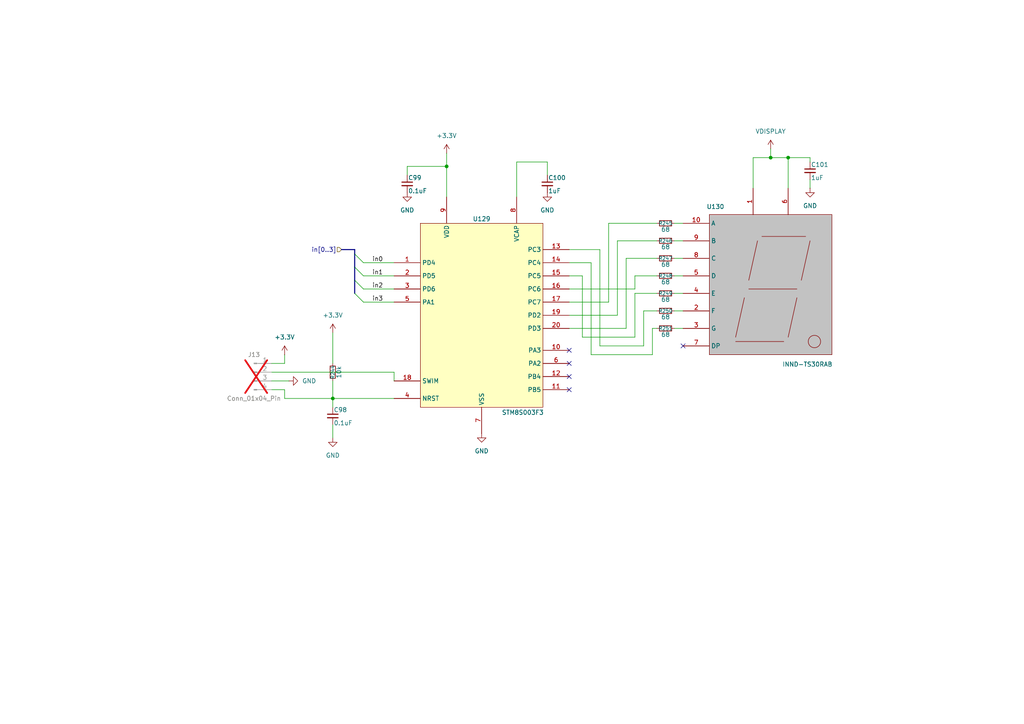
<source format=kicad_sch>
(kicad_sch (version 20250114) (generator "eeschema") (generator_version "9.0")
  (paper "A4")
  (lib_symbols
    (symbol "Connector:Conn_01x04_Pin" (pin_names (offset 1.016) (hide yes))
      (property "Reference" "J" (at 0 5.08 0))
      (property "Value" "Conn_01x04_Pin" (at 0 -7.62 0))
      (symbol "Conn_01x04_Pin_1_1"
        (pin passive line (at 5.08 2.54 180) (length 3.81) (name "Pin_1") (number "1"))
        (pin passive line (at 5.08 0 180) (length 3.81) (name "Pin_2") (number "2"))
        (pin passive line (at 5.08 -2.54 180) (length 3.81) (name "Pin_3") (number "3"))
        (pin passive line (at 5.08 -5.08 180) (length 3.81) (name "Pin_4") (number "4"))
      )
    )
    (symbol "Device:C_Small" (pin_numbers (hide yes)) (pin_names (offset 0.254) (hide yes))
      (property "Reference" "C" (at 0.254 1.778 0))
      (property "Value" "C_Small" (at 0.254 -2.032 0))
      (symbol "C_Small_1_1"
        (pin passive line (at 0 2.54 270) (length 2.032) (name "~") (number "1"))
        (pin passive line (at 0 -2.54 90) (length 2.032) (name "~") (number "2"))
      )
    )
    (symbol "Device:R_Small" (pin_numbers (hide yes)) (pin_names (offset 0.254) (hide yes))
      (property "Reference" "R" (at 0 0 90))
      (property "Value" "R_Small" (at 1.778 0 90))
      (symbol "R_Small_1_1"
        (pin passive line (at 0 2.54 270) (length 0.762) (name "~") (number "1"))
        (pin passive line (at 0 -2.54 90) (length 0.762) (name "~") (number "2"))
      )
    )
    (symbol "MegaV:INND-TS30RAB"
      (property "Reference" "U" (at -16.002 22.606 0))
      (property "Value" "INND-TS30RAB" (at 10.668 -23.114 0))
      (symbol "INND-TS30RAB_1_1"
        (pin bidirectional line (at -25.4 17.78 0) (length 7.62) (name "A") (number "10"))
        (pin bidirectional line (at -25.4 12.7 0) (length 7.62) (name "B") (number "9"))
        (pin bidirectional line (at -25.4 7.62 0) (length 7.62) (name "C") (number "8"))
        (pin bidirectional line (at -25.4 2.54 0) (length 7.62) (name "D") (number "5"))
        (pin bidirectional line (at -25.4 -2.54 0) (length 7.62) (name "E") (number "4"))
        (pin bidirectional line (at -25.4 -7.62 0) (length 7.62) (name "F") (number "2"))
        (pin bidirectional line (at -25.4 -12.7 0) (length 7.62) (name "G") (number "3"))
        (pin bidirectional line (at -25.4 -17.78 0) (length 7.62) (name "DP") (number "7"))
        (pin power_in line (at -5.08 27.94 270) (length 7.62) (name "~") (number "1"))
        (pin power_in line (at 5.08 27.94 270) (length 7.62) (name "~") (number "6"))
      )
    )
    (symbol "MegaV:STM8S003F3"
      (property "Reference" "U" (at 0 27.94 0))
      (property "Value" "STM8S003F3" (at 11.938 -28.194 0))
      (symbol "STM8S003F3_1_1"
        (pin bidirectional line (at -25.4 15.24 0) (length 7.62) (name "PD4") (number "1"))
        (pin bidirectional line (at -25.4 11.43 0) (length 7.62) (name "PD5") (number "2"))
        (pin bidirectional line (at -25.4 7.62 0) (length 7.62) (name "PD6") (number "3"))
        (pin bidirectional line (at -25.4 3.81 0) (length 7.62) (name "PA1") (number "5"))
        (pin bidirectional line (at -25.4 -19.05 0) (length 7.62) (name "SWIM") (number "18"))
        (pin bidirectional line (at -25.4 -24.13 0) (length 7.62) (name "NRST") (number "4"))
        (pin power_in line (at -10.16 34.29 270) (length 7.62) (name "VDD") (number "9"))
        (pin power_in line (at 0 -34.29 90) (length 7.62) (name "VSS") (number "7"))
        (pin power_in line (at 10.16 34.29 270) (length 7.62) (name "VCAP") (number "8"))
        (pin bidirectional line (at 25.4 19.05 180) (length 7.62) (name "PC3") (number "13"))
        (pin bidirectional line (at 25.4 15.24 180) (length 7.62) (name "PC4") (number "14"))
        (pin bidirectional line (at 25.4 11.43 180) (length 7.62) (name "PC5") (number "15"))
        (pin bidirectional line (at 25.4 7.62 180) (length 7.62) (name "PC6") (number "16"))
        (pin bidirectional line (at 25.4 3.81 180) (length 7.62) (name "PC7") (number "17"))
        (pin bidirectional line (at 25.4 0 180) (length 7.62) (name "PD2") (number "19"))
        (pin bidirectional line (at 25.4 -3.81 180) (length 7.62) (name "PD3") (number "20"))
        (pin bidirectional line (at 25.4 -10.16 180) (length 7.62) (name "PA3") (number "10"))
        (pin bidirectional line (at 25.4 -13.97 180) (length 7.62) (name "PA2") (number "6"))
        (pin bidirectional line (at 25.4 -17.78 180) (length 7.62) (name "PB4") (number "12"))
        (pin bidirectional line (at 25.4 -21.59 180) (length 7.62) (name "PB5") (number "11"))
      )
    )
    (symbol "power:+3.3V" (power) (pin_numbers (hide yes)) (pin_names (offset 0) (hide yes))
      (property "Value" "+3.3V" (at 0 3.556 0))
      (symbol "+3.3V_1_1"
        (pin power_in line (at 0 0 90) (length 0) (name "~") (number "1"))
      )
    )
    (symbol "power:GND" (power) (pin_numbers (hide yes)) (pin_names (offset 0) (hide yes))
      (property "Value" "GND" (at 0 -3.81 0))
      (symbol "GND_1_1"
        (pin power_in line (at 0 0 270) (length 0) (name "~") (number "1"))
      )
    )
  )
  (junction (at 223.52 45.72))
  (junction (at 228.6 45.72))
  (junction (at 129.54 48.26))
  (junction (at 96.52 115.57))
  (no_connect (at 165.1 101.6))
  (no_connect (at 165.1 113.03))
  (no_connect (at 165.1 109.22))
  (no_connect (at 165.1 105.41))
  (no_connect (at 198.12 100.33))
  (bus_entry (at 102.87 85.09) (size 2.54 2.54))
  (bus_entry (at 102.87 77.47) (size 2.54 2.54))
  (bus_entry (at 102.87 73.66) (size 2.54 2.54))
  (bus_entry (at 102.87 81.28) (size 2.54 2.54))
  (wire (pts (xy 149.86 46.99) (xy 149.86 57.15)))
  (wire (pts (xy 234.95 52.07) (xy 234.95 54.61)))
  (wire (pts (xy 186.69 100.33) (xy 186.69 90.17)))
  (wire (pts (xy 105.41 76.2) (xy 114.3 76.2)))
  (wire (pts (xy 228.6 54.61) (xy 228.6 45.72)))
  (wire (pts (xy 82.55 102.87) (xy 82.55 105.41)))
  (wire (pts (xy 176.53 64.77) (xy 176.53 87.63)))
  (wire (pts (xy 184.15 97.79) (xy 184.15 85.09)))
  (wire (pts (xy 78.74 107.95) (xy 114.3 107.95)))
  (wire (pts (xy 223.52 43.18) (xy 223.52 45.72)))
  (wire (pts (xy 181.61 95.25) (xy 181.61 74.93)))
  (wire (pts (xy 168.91 97.79) (xy 184.15 97.79)))
  (wire (pts (xy 96.52 115.57) (xy 114.3 115.57)))
  (wire (pts (xy 173.99 72.39) (xy 173.99 100.33)))
  (wire (pts (xy 165.1 83.82) (xy 184.15 83.82)))
  (bus (pts (xy 102.87 81.28) (xy 102.87 85.09)))
  (wire (pts (xy 173.99 100.33) (xy 186.69 100.33)))
  (wire (pts (xy 78.74 110.49) (xy 83.82 110.49)))
  (bus (pts (xy 99.06 72.39) (xy 102.87 72.39)))
  (wire (pts (xy 195.58 64.77) (xy 198.12 64.77)))
  (wire (pts (xy 82.55 113.03) (xy 82.55 115.57)))
  (wire (pts (xy 78.74 113.03) (xy 82.55 113.03)))
  (wire (pts (xy 105.41 80.01) (xy 114.3 80.01)))
  (wire (pts (xy 179.07 69.85) (xy 179.07 91.44)))
  (wire (pts (xy 218.44 45.72) (xy 218.44 54.61)))
  (wire (pts (xy 118.11 50.8) (xy 118.11 48.26)))
  (wire (pts (xy 181.61 74.93) (xy 190.5 74.93)))
  (wire (pts (xy 96.52 96.52) (xy 96.52 105.41)))
  (wire (pts (xy 234.95 45.72) (xy 234.95 46.99)))
  (bus (pts (xy 102.87 77.47) (xy 102.87 81.28)))
  (wire (pts (xy 189.23 102.87) (xy 189.23 95.25)))
  (wire (pts (xy 184.15 85.09) (xy 190.5 85.09)))
  (wire (pts (xy 114.3 107.95) (xy 114.3 110.49)))
  (wire (pts (xy 171.45 76.2) (xy 171.45 102.87)))
  (wire (pts (xy 228.6 45.72) (xy 234.95 45.72)))
  (wire (pts (xy 223.52 45.72) (xy 218.44 45.72)))
  (wire (pts (xy 82.55 105.41) (xy 78.74 105.41)))
  (wire (pts (xy 96.52 110.49) (xy 96.52 115.57)))
  (wire (pts (xy 129.54 44.45) (xy 129.54 48.26)))
  (wire (pts (xy 179.07 91.44) (xy 165.1 91.44)))
  (wire (pts (xy 223.52 45.72) (xy 228.6 45.72)))
  (wire (pts (xy 158.75 46.99) (xy 149.86 46.99)))
  (wire (pts (xy 165.1 80.01) (xy 168.91 80.01)))
  (wire (pts (xy 129.54 48.26) (xy 129.54 57.15)))
  (wire (pts (xy 195.58 69.85) (xy 198.12 69.85)))
  (wire (pts (xy 195.58 90.17) (xy 198.12 90.17)))
  (bus (pts (xy 102.87 73.66) (xy 102.87 77.47)))
  (wire (pts (xy 195.58 85.09) (xy 198.12 85.09)))
  (wire (pts (xy 186.69 90.17) (xy 190.5 90.17)))
  (wire (pts (xy 168.91 80.01) (xy 168.91 97.79)))
  (wire (pts (xy 82.55 115.57) (xy 96.52 115.57)))
  (wire (pts (xy 190.5 69.85) (xy 179.07 69.85)))
  (wire (pts (xy 184.15 83.82) (xy 184.15 80.01)))
  (wire (pts (xy 105.41 83.82) (xy 114.3 83.82)))
  (wire (pts (xy 184.15 80.01) (xy 190.5 80.01)))
  (wire (pts (xy 118.11 48.26) (xy 129.54 48.26)))
  (wire (pts (xy 96.52 123.19) (xy 96.52 127)))
  (wire (pts (xy 105.41 87.63) (xy 114.3 87.63)))
  (wire (pts (xy 176.53 87.63) (xy 165.1 87.63)))
  (wire (pts (xy 165.1 72.39) (xy 173.99 72.39)))
  (wire (pts (xy 171.45 102.87) (xy 189.23 102.87)))
  (wire (pts (xy 96.52 115.57) (xy 96.52 118.11)))
  (wire (pts (xy 195.58 95.25) (xy 198.12 95.25)))
  (wire (pts (xy 165.1 95.25) (xy 181.61 95.25)))
  (bus (pts (xy 102.87 72.39) (xy 102.87 73.66)))
  (wire (pts (xy 195.58 74.93) (xy 198.12 74.93)))
  (wire (pts (xy 195.58 80.01) (xy 198.12 80.01)))
  (wire (pts (xy 190.5 64.77) (xy 176.53 64.77)))
  (wire (pts (xy 165.1 76.2) (xy 171.45 76.2)))
  (wire (pts (xy 158.75 50.8) (xy 158.75 46.99)))
  (wire (pts (xy 189.23 95.25) (xy 190.5 95.25)))
  (label "in3" (at 107.95 87.63 0))
  (label "in0" (at 107.95 76.2 0))
  (label "in1" (at 107.95 80.01 0))
  (label "in2" (at 107.95 83.82 0))
  (hierarchical_label "in[0..3]" (shape input) (at 99.06 72.39 180))
  (symbol (lib_id "Device:R_Small") (at 193.04 64.77 270) (unit 1)
    (property "Reference" "R360" (at 193.04 64.77 90) (effects (font (size 1.016 1.016))))
    (property "Value" "68" (at 193.04 66.548 90))
    (property "Footprint" "MegaV:R_0603_1608Metric" (effects (hide yes)))
    (property "Description" "Resistor, small symbol" (effects (hide yes)))
    (instances (project "alu" (path "" (reference "R245") (unit 1)) (path "" (reference "R382") (unit 1)) (path "" (reference "R34") (unit 1)) (path "" (reference "R269") (unit 1)) (path "" (reference "R415") (unit 1)) (path "" (reference "R58") (unit 1)) (path "" (reference "R221") (unit 1)) (path "" (reference "R2") (unit 1)) (path "" (reference "R10") (unit 1)) (path "" (reference "R253") (unit 1)) (path "" (reference "R393") (unit 1)) (path "" (reference "R42") (unit 1)) (path "" (reference "R237") (unit 1)) (path "" (reference "R371") (unit 1)) (path "" (reference "R26") (unit 1)) (path "" (reference "R522") (unit 1)) (path "" (reference "R514") (unit 1)) (path "" (reference "R538") (unit 1)) (path "" (reference "R498") (unit 1)) (path "" (reference "R530") (unit 1)) (path "" (reference "R506") (unit 1)) (path "" (reference "R546") (unit 1)) (path "" (reference "R554") (unit 1)) (path "" (reference "R229") (unit 1)) (path "" (reference "R360") (unit 1)) (path "" (reference "R18") (unit 1)) (path "" (reference "R586") (unit 1)) (path "" (reference "R578") (unit 1)) (path "" (reference "R602") (unit 1)) (path "" (reference "R562") (unit 1)) (path "" (reference "R594") (unit 1)) (path "" (reference "R570") (unit 1)) (path "" (reference "R610") (unit 1)) (path "" (reference "R618") (unit 1)) (path "" (reference "R261") (unit 1)) (path "" (reference "R404") (unit 1)) (path "" (reference "R50") (unit 1)) (path "" (reference "R277") (unit 1)) (path "" (reference "R426") (unit 1)) (path "" (reference "R66") (unit 1)) (path "" (reference "R458") (unit 1)) (path "" (reference "R450") (unit 1)) (path "" (reference "R474") (unit 1)) (path "" (reference "R434") (unit 1)) (path "" (reference "R466") (unit 1)) (path "" (reference "R442") (unit 1)) (path "" (reference "R482") (unit 1)) (path "" (reference "R490") (unit 1))))
  )
  (symbol (lib_id "Device:C_Small") (at 158.75 53.34 0) (unit 1)
    (property "Reference" "C145" (at 159.004 51.562 0) (effects (justify left)))
    (property "Value" "1uF" (at 159.004 55.372 0) (effects (justify left)))
    (property "Footprint" "Capacitor_SMD:C_0805_2012Metric" (effects (hide yes)))
    (property "Description" "Unpolarized capacitor, small symbol" (effects (hide yes)))
    (instances (project "alu" (path "" (reference "C100") (unit 1)) (path "" (reference "C155") (unit 1)) (path "" (reference "C19") (unit 1)) (path "" (reference "C112") (unit 1)) (path "" (reference "C170") (unit 1)) (path "" (reference "C31") (unit 1)) (path "" (reference "C88") (unit 1)) (path "" (reference "C3") (unit 1)) (path "" (reference "C7") (unit 1)) (path "" (reference "C104") (unit 1)) (path "" (reference "C160") (unit 1)) (path "" (reference "C23") (unit 1)) (path "" (reference "C96") (unit 1)) (path "" (reference "C150") (unit 1)) (path "" (reference "C15") (unit 1)) (path "" (reference "C223") (unit 1)) (path "" (reference "C219") (unit 1)) (path "" (reference "C231") (unit 1)) (path "" (reference "C211") (unit 1)) (path "" (reference "C227") (unit 1)) (path "" (reference "C215") (unit 1)) (path "" (reference "C235") (unit 1)) (path "" (reference "C239") (unit 1)) (path "" (reference "C92") (unit 1)) (path "" (reference "C145") (unit 1)) (path "" (reference "C11") (unit 1)) (path "" (reference "C255") (unit 1)) (path "" (reference "C251") (unit 1)) (path "" (reference "C263") (unit 1)) (path "" (reference "C243") (unit 1)) (path "" (reference "C259") (unit 1)) (path "" (reference "C247") (unit 1)) (path "" (reference "C267") (unit 1)) (path "" (reference "C271") (unit 1)) (path "" (reference "C108") (unit 1)) (path "" (reference "C165") (unit 1)) (path "" (reference "C27") (unit 1)) (path "" (reference "C116") (unit 1)) (path "" (reference "C175") (unit 1)) (path "" (reference "C35") (unit 1)) (path "" (reference "C191") (unit 1)) (path "" (reference "C187") (unit 1)) (path "" (reference "C199") (unit 1)) (path "" (reference "C179") (unit 1)) (path "" (reference "C195") (unit 1)) (path "" (reference "C183") (unit 1)) (path "" (reference "C203") (unit 1)) (path "" (reference "C207") (unit 1))))
  )
  (symbol (lib_id "Device:C_Small") (at 118.11 53.34 0) (unit 1)
    (property "Reference" "C144" (at 118.364 51.562 0) (effects (justify left)))
    (property "Value" "0.1uF" (at 118.364 55.372 0) (effects (justify left)))
    (property "Footprint" "Capacitor_SMD:C_0805_2012Metric" (effects (hide yes)))
    (property "Description" "Unpolarized capacitor, small symbol" (effects (hide yes)))
    (instances (project "alu" (path "" (reference "C99") (unit 1)) (path "" (reference "C154") (unit 1)) (path "" (reference "C18") (unit 1)) (path "" (reference "C111") (unit 1)) (path "" (reference "C169") (unit 1)) (path "" (reference "C30") (unit 1)) (path "" (reference "C87") (unit 1)) (path "" (reference "C2") (unit 1)) (path "" (reference "C6") (unit 1)) (path "" (reference "C103") (unit 1)) (path "" (reference "C159") (unit 1)) (path "" (reference "C22") (unit 1)) (path "" (reference "C95") (unit 1)) (path "" (reference "C149") (unit 1)) (path "" (reference "C14") (unit 1)) (path "" (reference "C222") (unit 1)) (path "" (reference "C218") (unit 1)) (path "" (reference "C230") (unit 1)) (path "" (reference "C210") (unit 1)) (path "" (reference "C226") (unit 1)) (path "" (reference "C214") (unit 1)) (path "" (reference "C234") (unit 1)) (path "" (reference "C238") (unit 1)) (path "" (reference "C91") (unit 1)) (path "" (reference "C144") (unit 1)) (path "" (reference "C10") (unit 1)) (path "" (reference "C254") (unit 1)) (path "" (reference "C250") (unit 1)) (path "" (reference "C262") (unit 1)) (path "" (reference "C242") (unit 1)) (path "" (reference "C258") (unit 1)) (path "" (reference "C246") (unit 1)) (path "" (reference "C266") (unit 1)) (path "" (reference "C270") (unit 1)) (path "" (reference "C107") (unit 1)) (path "" (reference "C164") (unit 1)) (path "" (reference "C26") (unit 1)) (path "" (reference "C115") (unit 1)) (path "" (reference "C174") (unit 1)) (path "" (reference "C34") (unit 1)) (path "" (reference "C190") (unit 1)) (path "" (reference "C186") (unit 1)) (path "" (reference "C198") (unit 1)) (path "" (reference "C178") (unit 1)) (path "" (reference "C194") (unit 1)) (path "" (reference "C182") (unit 1)) (path "" (reference "C202") (unit 1)) (path "" (reference "C206") (unit 1))))
  )
  (symbol (lib_id "power:+3.3V") (at 129.54 44.45 0) (unit 1)
    (property "Reference" "#PWR0688" (effects (hide yes)))
    (property "Value" "+3.3V" (at 129.54 39.37 0))
    (property "Description" "Power symbol creates a global label with name \"+3.3V\"" (effects (hide yes)))
    (instances (project "alu" (path "" (reference "#PWR0538") (unit 1)) (path "" (reference "#PWR0716") (unit 1)) (path "" (reference "#PWR0262") (unit 1)) (path "" (reference "#PWR0568") (unit 1)) (path "" (reference "#PWR0758") (unit 1)) (path "" (reference "#PWR0292") (unit 1)) (path "" (reference "#PWR0508") (unit 1)) (path "" (reference "#PWR0222") (unit 1)) (path "" (reference "#PWR0232") (unit 1)) (path "" (reference "#PWR0548") (unit 1)) (path "" (reference "#PWR0730") (unit 1)) (path "" (reference "#PWR0272") (unit 1)) (path "" (reference "#PWR0528") (unit 1)) (path "" (reference "#PWR0702") (unit 1)) (path "" (reference "#PWR0252") (unit 1)) (path "" (reference "#PWR0892") (unit 1)) (path "" (reference "#PWR0882") (unit 1)) (path "" (reference "#PWR0912") (unit 1)) (path "" (reference "#PWR0862") (unit 1)) (path "" (reference "#PWR0902") (unit 1)) (path "" (reference "#PWR0872") (unit 1)) (path "" (reference "#PWR0922") (unit 1)) (path "" (reference "#PWR0932") (unit 1)) (path "" (reference "#PWR0518") (unit 1)) (path "" (reference "#PWR0688") (unit 1)) (path "" (reference "#PWR0242") (unit 1)) (path "" (reference "#PWR0972") (unit 1)) (path "" (reference "#PWR0962") (unit 1)) (path "" (reference "#PWR0992") (unit 1)) (path "" (reference "#PWR0942") (unit 1)) (path "" (reference "#PWR0982") (unit 1)) (path "" (reference "#PWR0952") (unit 1)) (path "" (reference "#PWR01002") (unit 1)) (path "" (reference "#PWR01012") (unit 1)) (path "" (reference "#PWR0558") (unit 1)) (path "" (reference "#PWR0744") (unit 1)) (path "" (reference "#PWR0282") (unit 1)) (path "" (reference "#PWR0578") (unit 1)) (path "" (reference "#PWR0772") (unit 1)) (path "" (reference "#PWR0302") (unit 1)) (path "" (reference "#PWR0812") (unit 1)) (path "" (reference "#PWR0802") (unit 1)) (path "" (reference "#PWR0832") (unit 1)) (path "" (reference "#PWR0782") (unit 1)) (path "" (reference "#PWR0822") (unit 1)) (path "" (reference "#PWR0792") (unit 1)) (path "" (reference "#PWR0842") (unit 1)) (path "" (reference "#PWR0852") (unit 1))))
  )
  (symbol (lib_id "Device:R_Small") (at 193.04 90.17 270) (unit 1)
    (property "Reference" "R365" (at 193.04 90.17 90) (effects (font (size 1.016 1.016))))
    (property "Value" "68" (at 193.04 91.948 90))
    (property "Footprint" "MegaV:R_0603_1608Metric" (effects (hide yes)))
    (property "Description" "Resistor, small symbol" (effects (hide yes)))
    (instances (project "alu" (path "" (reference "R250") (unit 1)) (path "" (reference "R387") (unit 1)) (path "" (reference "R39") (unit 1)) (path "" (reference "R274") (unit 1)) (path "" (reference "R420") (unit 1)) (path "" (reference "R63") (unit 1)) (path "" (reference "R226") (unit 1)) (path "" (reference "R7") (unit 1)) (path "" (reference "R15") (unit 1)) (path "" (reference "R258") (unit 1)) (path "" (reference "R398") (unit 1)) (path "" (reference "R47") (unit 1)) (path "" (reference "R242") (unit 1)) (path "" (reference "R376") (unit 1)) (path "" (reference "R31") (unit 1)) (path "" (reference "R527") (unit 1)) (path "" (reference "R519") (unit 1)) (path "" (reference "R543") (unit 1)) (path "" (reference "R503") (unit 1)) (path "" (reference "R535") (unit 1)) (path "" (reference "R511") (unit 1)) (path "" (reference "R551") (unit 1)) (path "" (reference "R559") (unit 1)) (path "" (reference "R234") (unit 1)) (path "" (reference "R365") (unit 1)) (path "" (reference "R23") (unit 1)) (path "" (reference "R591") (unit 1)) (path "" (reference "R583") (unit 1)) (path "" (reference "R607") (unit 1)) (path "" (reference "R567") (unit 1)) (path "" (reference "R599") (unit 1)) (path "" (reference "R575") (unit 1)) (path "" (reference "R615") (unit 1)) (path "" (reference "R623") (unit 1)) (path "" (reference "R266") (unit 1)) (path "" (reference "R409") (unit 1)) (path "" (reference "R55") (unit 1)) (path "" (reference "R282") (unit 1)) (path "" (reference "R431") (unit 1)) (path "" (reference "R71") (unit 1)) (path "" (reference "R463") (unit 1)) (path "" (reference "R455") (unit 1)) (path "" (reference "R479") (unit 1)) (path "" (reference "R439") (unit 1)) (path "" (reference "R471") (unit 1)) (path "" (reference "R447") (unit 1)) (path "" (reference "R487") (unit 1)) (path "" (reference "R495") (unit 1))))
  )
  (symbol (lib_id "MegaV:STM8S003F3") (at 139.7 91.44 0) (unit 1)
    (property "Reference" "U139" (at 139.7 63.5 0))
    (property "Value" "STM8S003F3" (at 151.638 119.634 0))
    (property "Footprint" "Package_SO:TSSOP-20_4.4x6.5mm_P0.65mm" (effects (hide yes)))
    (property "Datasheet" "https://www.st.com/content/ccc/resource/technical/document/datasheet/42/5a/27/87/ac/5a/44/88/DM00024550.pdf/files/DM00024550.pdf/jcr:content/translations/en.DM00024550.pdf" (effects (hide yes)))
    (property "Description" "STM8 Microcontroller" (effects (hide yes)))
    (instances (project "alu" (path "" (reference "U129") (unit 1)) (path "" (reference "U143") (unit 1)) (path "" (reference "U113") (unit 1)) (path "" (reference "U135") (unit 1)) (path "" (reference "U149") (unit 1)) (path "" (reference "U119") (unit 1)) (path "" (reference "U123") (unit 1)) (path "" (reference "U105") (unit 1)) (path "" (reference "U107") (unit 1)) (path "" (reference "U131") (unit 1)) (path "" (reference "U145") (unit 1)) (path "" (reference "U115") (unit 1)) (path "" (reference "U127") (unit 1)) (path "" (reference "U141") (unit 1)) (path "" (reference "U111") (unit 1)) (path "" (reference "U175") (unit 1)) (path "" (reference "U173") (unit 1)) (path "" (reference "U179") (unit 1)) (path "" (reference "U169") (unit 1)) (path "" (reference "U177") (unit 1)) (path "" (reference "U171") (unit 1)) (path "" (reference "U181") (unit 1)) (path "" (reference "U183") (unit 1)) (path "" (reference "U125") (unit 1)) (path "" (reference "U139") (unit 1)) (path "" (reference "U109") (unit 1)) (path "" (reference "U191") (unit 1)) (path "" (reference "U189") (unit 1)) (path "" (reference "U195") (unit 1)) (path "" (reference "U185") (unit 1)) (path "" (reference "U193") (unit 1)) (path "" (reference "U187") (unit 1)) (path "" (reference "U197") (unit 1)) (path "" (reference "U199") (unit 1)) (path "" (reference "U133") (unit 1)) (path "" (reference "U147") (unit 1)) (path "" (reference "U117") (unit 1)) (path "" (reference "U137") (unit 1)) (path "" (reference "U151") (unit 1)) (path "" (reference "U121") (unit 1)) (path "" (reference "U159") (unit 1)) (path "" (reference "U157") (unit 1)) (path "" (reference "U163") (unit 1)) (path "" (reference "U153") (unit 1)) (path "" (reference "U161") (unit 1)) (path "" (reference "U155") (unit 1)) (path "" (reference "U165") (unit 1)) (path "" (reference "U167") (unit 1))))
  )
  (symbol (lib_id "Device:R_Small") (at 193.04 80.01 270) (unit 1)
    (property "Reference" "R363" (at 193.04 80.01 90) (effects (font (size 1.016 1.016))))
    (property "Value" "68" (at 193.04 81.788 90))
    (property "Footprint" "MegaV:R_0603_1608Metric" (effects (hide yes)))
    (property "Description" "Resistor, small symbol" (effects (hide yes)))
    (instances (project "alu" (path "" (reference "R248") (unit 1)) (path "" (reference "R385") (unit 1)) (path "" (reference "R37") (unit 1)) (path "" (reference "R272") (unit 1)) (path "" (reference "R418") (unit 1)) (path "" (reference "R61") (unit 1)) (path "" (reference "R224") (unit 1)) (path "" (reference "R5") (unit 1)) (path "" (reference "R13") (unit 1)) (path "" (reference "R256") (unit 1)) (path "" (reference "R396") (unit 1)) (path "" (reference "R45") (unit 1)) (path "" (reference "R240") (unit 1)) (path "" (reference "R374") (unit 1)) (path "" (reference "R29") (unit 1)) (path "" (reference "R525") (unit 1)) (path "" (reference "R517") (unit 1)) (path "" (reference "R541") (unit 1)) (path "" (reference "R501") (unit 1)) (path "" (reference "R533") (unit 1)) (path "" (reference "R509") (unit 1)) (path "" (reference "R549") (unit 1)) (path "" (reference "R557") (unit 1)) (path "" (reference "R232") (unit 1)) (path "" (reference "R363") (unit 1)) (path "" (reference "R21") (unit 1)) (path "" (reference "R589") (unit 1)) (path "" (reference "R581") (unit 1)) (path "" (reference "R605") (unit 1)) (path "" (reference "R565") (unit 1)) (path "" (reference "R597") (unit 1)) (path "" (reference "R573") (unit 1)) (path "" (reference "R613") (unit 1)) (path "" (reference "R621") (unit 1)) (path "" (reference "R264") (unit 1)) (path "" (reference "R407") (unit 1)) (path "" (reference "R53") (unit 1)) (path "" (reference "R280") (unit 1)) (path "" (reference "R429") (unit 1)) (path "" (reference "R69") (unit 1)) (path "" (reference "R461") (unit 1)) (path "" (reference "R453") (unit 1)) (path "" (reference "R477") (unit 1)) (path "" (reference "R437") (unit 1)) (path "" (reference "R469") (unit 1)) (path "" (reference "R445") (unit 1)) (path "" (reference "R485") (unit 1)) (path "" (reference "R493") (unit 1))))
  )
  (symbol (lib_id "Device:R_Small") (at 193.04 85.09 270) (unit 1)
    (property "Reference" "R364" (at 193.04 85.09 90) (effects (font (size 1.016 1.016))))
    (property "Value" "68" (at 193.04 86.868 90))
    (property "Footprint" "MegaV:R_0603_1608Metric" (effects (hide yes)))
    (property "Description" "Resistor, small symbol" (effects (hide yes)))
    (instances (project "alu" (path "" (reference "R249") (unit 1)) (path "" (reference "R386") (unit 1)) (path "" (reference "R38") (unit 1)) (path "" (reference "R273") (unit 1)) (path "" (reference "R419") (unit 1)) (path "" (reference "R62") (unit 1)) (path "" (reference "R225") (unit 1)) (path "" (reference "R6") (unit 1)) (path "" (reference "R14") (unit 1)) (path "" (reference "R257") (unit 1)) (path "" (reference "R397") (unit 1)) (path "" (reference "R46") (unit 1)) (path "" (reference "R241") (unit 1)) (path "" (reference "R375") (unit 1)) (path "" (reference "R30") (unit 1)) (path "" (reference "R526") (unit 1)) (path "" (reference "R518") (unit 1)) (path "" (reference "R542") (unit 1)) (path "" (reference "R502") (unit 1)) (path "" (reference "R534") (unit 1)) (path "" (reference "R510") (unit 1)) (path "" (reference "R550") (unit 1)) (path "" (reference "R558") (unit 1)) (path "" (reference "R233") (unit 1)) (path "" (reference "R364") (unit 1)) (path "" (reference "R22") (unit 1)) (path "" (reference "R590") (unit 1)) (path "" (reference "R582") (unit 1)) (path "" (reference "R606") (unit 1)) (path "" (reference "R566") (unit 1)) (path "" (reference "R598") (unit 1)) (path "" (reference "R574") (unit 1)) (path "" (reference "R614") (unit 1)) (path "" (reference "R622") (unit 1)) (path "" (reference "R265") (unit 1)) (path "" (reference "R408") (unit 1)) (path "" (reference "R54") (unit 1)) (path "" (reference "R281") (unit 1)) (path "" (reference "R430") (unit 1)) (path "" (reference "R70") (unit 1)) (path "" (reference "R462") (unit 1)) (path "" (reference "R454") (unit 1)) (path "" (reference "R478") (unit 1)) (path "" (reference "R438") (unit 1)) (path "" (reference "R470") (unit 1)) (path "" (reference "R446") (unit 1)) (path "" (reference "R486") (unit 1)) (path "" (reference "R494") (unit 1))))
  )
  (symbol (lib_id "Device:R_Small") (at 193.04 95.25 270) (unit 1)
    (property "Reference" "R366" (at 193.04 95.25 90) (effects (font (size 1.016 1.016))))
    (property "Value" "68" (at 193.04 97.028 90))
    (property "Footprint" "MegaV:R_0603_1608Metric" (effects (hide yes)))
    (property "Description" "Resistor, small symbol" (effects (hide yes)))
    (instances (project "alu" (path "" (reference "R251") (unit 1)) (path "" (reference "R388") (unit 1)) (path "" (reference "R40") (unit 1)) (path "" (reference "R275") (unit 1)) (path "" (reference "R421") (unit 1)) (path "" (reference "R64") (unit 1)) (path "" (reference "R227") (unit 1)) (path "" (reference "R8") (unit 1)) (path "" (reference "R16") (unit 1)) (path "" (reference "R259") (unit 1)) (path "" (reference "R399") (unit 1)) (path "" (reference "R48") (unit 1)) (path "" (reference "R243") (unit 1)) (path "" (reference "R377") (unit 1)) (path "" (reference "R32") (unit 1)) (path "" (reference "R528") (unit 1)) (path "" (reference "R520") (unit 1)) (path "" (reference "R544") (unit 1)) (path "" (reference "R504") (unit 1)) (path "" (reference "R536") (unit 1)) (path "" (reference "R512") (unit 1)) (path "" (reference "R552") (unit 1)) (path "" (reference "R560") (unit 1)) (path "" (reference "R235") (unit 1)) (path "" (reference "R366") (unit 1)) (path "" (reference "R24") (unit 1)) (path "" (reference "R592") (unit 1)) (path "" (reference "R584") (unit 1)) (path "" (reference "R608") (unit 1)) (path "" (reference "R568") (unit 1)) (path "" (reference "R600") (unit 1)) (path "" (reference "R576") (unit 1)) (path "" (reference "R616") (unit 1)) (path "" (reference "R624") (unit 1)) (path "" (reference "R267") (unit 1)) (path "" (reference "R410") (unit 1)) (path "" (reference "R56") (unit 1)) (path "" (reference "R283") (unit 1)) (path "" (reference "R432") (unit 1)) (path "" (reference "R72") (unit 1)) (path "" (reference "R464") (unit 1)) (path "" (reference "R456") (unit 1)) (path "" (reference "R480") (unit 1)) (path "" (reference "R440") (unit 1)) (path "" (reference "R472") (unit 1)) (path "" (reference "R448") (unit 1)) (path "" (reference "R488") (unit 1)) (path "" (reference "R496") (unit 1))))
  )
  (symbol (lib_id "power:GND") (at 118.11 55.88 0) (unit 1)
    (property "Reference" "#PWR0687" (effects (hide yes)))
    (property "Value" "GND" (at 118.11 60.96 0))
    (property "Description" "Power symbol creates a global label with name \"GND\" , ground" (effects (hide yes)))
    (instances (project "alu" (path "" (reference "#PWR0537") (unit 1)) (path "" (reference "#PWR0715") (unit 1)) (path "" (reference "#PWR0261") (unit 1)) (path "" (reference "#PWR0567") (unit 1)) (path "" (reference "#PWR0757") (unit 1)) (path "" (reference "#PWR0291") (unit 1)) (path "" (reference "#PWR0507") (unit 1)) (path "" (reference "#PWR0221") (unit 1)) (path "" (reference "#PWR0231") (unit 1)) (path "" (reference "#PWR0547") (unit 1)) (path "" (reference "#PWR0729") (unit 1)) (path "" (reference "#PWR0271") (unit 1)) (path "" (reference "#PWR0527") (unit 1)) (path "" (reference "#PWR0701") (unit 1)) (path "" (reference "#PWR0251") (unit 1)) (path "" (reference "#PWR0891") (unit 1)) (path "" (reference "#PWR0881") (unit 1)) (path "" (reference "#PWR0911") (unit 1)) (path "" (reference "#PWR0861") (unit 1)) (path "" (reference "#PWR0901") (unit 1)) (path "" (reference "#PWR0871") (unit 1)) (path "" (reference "#PWR0921") (unit 1)) (path "" (reference "#PWR0931") (unit 1)) (path "" (reference "#PWR0517") (unit 1)) (path "" (reference "#PWR0687") (unit 1)) (path "" (reference "#PWR0241") (unit 1)) (path "" (reference "#PWR0971") (unit 1)) (path "" (reference "#PWR0961") (unit 1)) (path "" (reference "#PWR0991") (unit 1)) (path "" (reference "#PWR0941") (unit 1)) (path "" (reference "#PWR0981") (unit 1)) (path "" (reference "#PWR0951") (unit 1)) (path "" (reference "#PWR01001") (unit 1)) (path "" (reference "#PWR01011") (unit 1)) (path "" (reference "#PWR0557") (unit 1)) (path "" (reference "#PWR0743") (unit 1)) (path "" (reference "#PWR0281") (unit 1)) (path "" (reference "#PWR0577") (unit 1)) (path "" (reference "#PWR0771") (unit 1)) (path "" (reference "#PWR0301") (unit 1)) (path "" (reference "#PWR0811") (unit 1)) (path "" (reference "#PWR0801") (unit 1)) (path "" (reference "#PWR0831") (unit 1)) (path "" (reference "#PWR0781") (unit 1)) (path "" (reference "#PWR0821") (unit 1)) (path "" (reference "#PWR0791") (unit 1)) (path "" (reference "#PWR0841") (unit 1)) (path "" (reference "#PWR0851") (unit 1))))
  )
  (symbol (lib_id "power:GND") (at 139.7 125.73 0) (unit 1)
    (property "Reference" "#PWR0689" (effects (hide yes)))
    (property "Value" "GND" (at 139.7 130.81 0))
    (property "Description" "Power symbol creates a global label with name \"GND\" , ground" (effects (hide yes)))
    (instances (project "alu" (path "" (reference "#PWR0539") (unit 1)) (path "" (reference "#PWR0717") (unit 1)) (path "" (reference "#PWR0263") (unit 1)) (path "" (reference "#PWR0569") (unit 1)) (path "" (reference "#PWR0759") (unit 1)) (path "" (reference "#PWR0293") (unit 1)) (path "" (reference "#PWR0509") (unit 1)) (path "" (reference "#PWR0223") (unit 1)) (path "" (reference "#PWR0233") (unit 1)) (path "" (reference "#PWR0549") (unit 1)) (path "" (reference "#PWR0731") (unit 1)) (path "" (reference "#PWR0273") (unit 1)) (path "" (reference "#PWR0529") (unit 1)) (path "" (reference "#PWR0703") (unit 1)) (path "" (reference "#PWR0253") (unit 1)) (path "" (reference "#PWR0893") (unit 1)) (path "" (reference "#PWR0883") (unit 1)) (path "" (reference "#PWR0913") (unit 1)) (path "" (reference "#PWR0863") (unit 1)) (path "" (reference "#PWR0903") (unit 1)) (path "" (reference "#PWR0873") (unit 1)) (path "" (reference "#PWR0923") (unit 1)) (path "" (reference "#PWR0933") (unit 1)) (path "" (reference "#PWR0519") (unit 1)) (path "" (reference "#PWR0689") (unit 1)) (path "" (reference "#PWR0243") (unit 1)) (path "" (reference "#PWR0973") (unit 1)) (path "" (reference "#PWR0963") (unit 1)) (path "" (reference "#PWR0993") (unit 1)) (path "" (reference "#PWR0943") (unit 1)) (path "" (reference "#PWR0983") (unit 1)) (path "" (reference "#PWR0953") (unit 1)) (path "" (reference "#PWR01003") (unit 1)) (path "" (reference "#PWR01013") (unit 1)) (path "" (reference "#PWR0559") (unit 1)) (path "" (reference "#PWR0745") (unit 1)) (path "" (reference "#PWR0283") (unit 1)) (path "" (reference "#PWR0579") (unit 1)) (path "" (reference "#PWR0773") (unit 1)) (path "" (reference "#PWR0303") (unit 1)) (path "" (reference "#PWR0813") (unit 1)) (path "" (reference "#PWR0803") (unit 1)) (path "" (reference "#PWR0833") (unit 1)) (path "" (reference "#PWR0783") (unit 1)) (path "" (reference "#PWR0823") (unit 1)) (path "" (reference "#PWR0793") (unit 1)) (path "" (reference "#PWR0843") (unit 1)) (path "" (reference "#PWR0853") (unit 1))))
  )
  (symbol (lib_id "power:GND") (at 234.95 54.61 0) (unit 1)
    (property "Reference" "#PWR0692" (effects (hide yes)))
    (property "Value" "GND" (at 234.95 59.69 0))
    (property "Description" "Power symbol creates a global label with name \"GND\" , ground" (effects (hide yes)))
    (instances (project "alu" (path "" (reference "#PWR0542") (unit 1)) (path "" (reference "#PWR0720") (unit 1)) (path "" (reference "#PWR0266") (unit 1)) (path "" (reference "#PWR0572") (unit 1)) (path "" (reference "#PWR0762") (unit 1)) (path "" (reference "#PWR0296") (unit 1)) (path "" (reference "#PWR0512") (unit 1)) (path "" (reference "#PWR0226") (unit 1)) (path "" (reference "#PWR0236") (unit 1)) (path "" (reference "#PWR0552") (unit 1)) (path "" (reference "#PWR0734") (unit 1)) (path "" (reference "#PWR0276") (unit 1)) (path "" (reference "#PWR0532") (unit 1)) (path "" (reference "#PWR0706") (unit 1)) (path "" (reference "#PWR0256") (unit 1)) (path "" (reference "#PWR0896") (unit 1)) (path "" (reference "#PWR0886") (unit 1)) (path "" (reference "#PWR0916") (unit 1)) (path "" (reference "#PWR0866") (unit 1)) (path "" (reference "#PWR0906") (unit 1)) (path "" (reference "#PWR0876") (unit 1)) (path "" (reference "#PWR0926") (unit 1)) (path "" (reference "#PWR0936") (unit 1)) (path "" (reference "#PWR0522") (unit 1)) (path "" (reference "#PWR0692") (unit 1)) (path "" (reference "#PWR0246") (unit 1)) (path "" (reference "#PWR0976") (unit 1)) (path "" (reference "#PWR0966") (unit 1)) (path "" (reference "#PWR0996") (unit 1)) (path "" (reference "#PWR0946") (unit 1)) (path "" (reference "#PWR0986") (unit 1)) (path "" (reference "#PWR0956") (unit 1)) (path "" (reference "#PWR01006") (unit 1)) (path "" (reference "#PWR01016") (unit 1)) (path "" (reference "#PWR0562") (unit 1)) (path "" (reference "#PWR0748") (unit 1)) (path "" (reference "#PWR0286") (unit 1)) (path "" (reference "#PWR0582") (unit 1)) (path "" (reference "#PWR0776") (unit 1)) (path "" (reference "#PWR0306") (unit 1)) (path "" (reference "#PWR0816") (unit 1)) (path "" (reference "#PWR0806") (unit 1)) (path "" (reference "#PWR0836") (unit 1)) (path "" (reference "#PWR0786") (unit 1)) (path "" (reference "#PWR0826") (unit 1)) (path "" (reference "#PWR0796") (unit 1)) (path "" (reference "#PWR0846") (unit 1)) (path "" (reference "#PWR0856") (unit 1))))
  )
  (symbol (lib_id "power:GND") (at 83.82 110.49 90) (unit 1)
    (property "Reference" "#PWR0684" (effects (hide yes)))
    (property "Value" "GND" (at 87.63 110.4899 90) (effects (justify right)))
    (property "Description" "Power symbol creates a global label with name \"GND\" , ground" (effects (hide yes)))
    (instances (project "alu" (path "" (reference "#PWR0534") (unit 1)) (path "" (reference "#PWR0712") (unit 1)) (path "" (reference "#PWR0258") (unit 1)) (path "" (reference "#PWR0564") (unit 1)) (path "" (reference "#PWR0754") (unit 1)) (path "" (reference "#PWR0288") (unit 1)) (path "" (reference "#PWR0504") (unit 1)) (path "" (reference "#PWR0218") (unit 1)) (path "" (reference "#PWR0228") (unit 1)) (path "" (reference "#PWR0544") (unit 1)) (path "" (reference "#PWR0726") (unit 1)) (path "" (reference "#PWR0268") (unit 1)) (path "" (reference "#PWR0524") (unit 1)) (path "" (reference "#PWR0698") (unit 1)) (path "" (reference "#PWR0248") (unit 1)) (path "" (reference "#PWR0888") (unit 1)) (path "" (reference "#PWR0878") (unit 1)) (path "" (reference "#PWR0908") (unit 1)) (path "" (reference "#PWR0858") (unit 1)) (path "" (reference "#PWR0898") (unit 1)) (path "" (reference "#PWR0868") (unit 1)) (path "" (reference "#PWR0918") (unit 1)) (path "" (reference "#PWR0928") (unit 1)) (path "" (reference "#PWR0514") (unit 1)) (path "" (reference "#PWR0684") (unit 1)) (path "" (reference "#PWR0238") (unit 1)) (path "" (reference "#PWR0968") (unit 1)) (path "" (reference "#PWR0958") (unit 1)) (path "" (reference "#PWR0988") (unit 1)) (path "" (reference "#PWR0938") (unit 1)) (path "" (reference "#PWR0978") (unit 1)) (path "" (reference "#PWR0948") (unit 1)) (path "" (reference "#PWR0998") (unit 1)) (path "" (reference "#PWR01008") (unit 1)) (path "" (reference "#PWR0554") (unit 1)) (path "" (reference "#PWR0740") (unit 1)) (path "" (reference "#PWR0278") (unit 1)) (path "" (reference "#PWR0574") (unit 1)) (path "" (reference "#PWR0768") (unit 1)) (path "" (reference "#PWR0298") (unit 1)) (path "" (reference "#PWR0808") (unit 1)) (path "" (reference "#PWR0798") (unit 1)) (path "" (reference "#PWR0828") (unit 1)) (path "" (reference "#PWR0778") (unit 1)) (path "" (reference "#PWR0818") (unit 1)) (path "" (reference "#PWR0788") (unit 1)) (path "" (reference "#PWR0838") (unit 1)) (path "" (reference "#PWR0848") (unit 1))))
  )
  (symbol (lib_id "power:+3.3V") (at 96.52 96.52 0) (unit 1)
    (property "Reference" "#PWR0685" (effects (hide yes)))
    (property "Value" "+3.3V" (at 96.52 91.44 0))
    (property "Description" "Power symbol creates a global label with name \"+3.3V\"" (effects (hide yes)))
    (instances (project "alu" (path "" (reference "#PWR0535") (unit 1)) (path "" (reference "#PWR0713") (unit 1)) (path "" (reference "#PWR0259") (unit 1)) (path "" (reference "#PWR0565") (unit 1)) (path "" (reference "#PWR0755") (unit 1)) (path "" (reference "#PWR0289") (unit 1)) (path "" (reference "#PWR0505") (unit 1)) (path "" (reference "#PWR0219") (unit 1)) (path "" (reference "#PWR0229") (unit 1)) (path "" (reference "#PWR0545") (unit 1)) (path "" (reference "#PWR0727") (unit 1)) (path "" (reference "#PWR0269") (unit 1)) (path "" (reference "#PWR0525") (unit 1)) (path "" (reference "#PWR0699") (unit 1)) (path "" (reference "#PWR0249") (unit 1)) (path "" (reference "#PWR0889") (unit 1)) (path "" (reference "#PWR0879") (unit 1)) (path "" (reference "#PWR0909") (unit 1)) (path "" (reference "#PWR0859") (unit 1)) (path "" (reference "#PWR0899") (unit 1)) (path "" (reference "#PWR0869") (unit 1)) (path "" (reference "#PWR0919") (unit 1)) (path "" (reference "#PWR0929") (unit 1)) (path "" (reference "#PWR0515") (unit 1)) (path "" (reference "#PWR0685") (unit 1)) (path "" (reference "#PWR0239") (unit 1)) (path "" (reference "#PWR0969") (unit 1)) (path "" (reference "#PWR0959") (unit 1)) (path "" (reference "#PWR0989") (unit 1)) (path "" (reference "#PWR0939") (unit 1)) (path "" (reference "#PWR0979") (unit 1)) (path "" (reference "#PWR0949") (unit 1)) (path "" (reference "#PWR0999") (unit 1)) (path "" (reference "#PWR01009") (unit 1)) (path "" (reference "#PWR0555") (unit 1)) (path "" (reference "#PWR0741") (unit 1)) (path "" (reference "#PWR0279") (unit 1)) (path "" (reference "#PWR0575") (unit 1)) (path "" (reference "#PWR0769") (unit 1)) (path "" (reference "#PWR0299") (unit 1)) (path "" (reference "#PWR0809") (unit 1)) (path "" (reference "#PWR0799") (unit 1)) (path "" (reference "#PWR0829") (unit 1)) (path "" (reference "#PWR0779") (unit 1)) (path "" (reference "#PWR0819") (unit 1)) (path "" (reference "#PWR0789") (unit 1)) (path "" (reference "#PWR0839") (unit 1)) (path "" (reference "#PWR0849") (unit 1))))
  )
  (symbol (lib_id "Connector:Conn_01x04_Pin") (at 73.66 107.95 0) (unit 1) (dnp yes)
    (property "Reference" "J18" (at 73.66 102.87 0))
    (property "Value" "Conn_01x04_Pin" (at 73.66 115.57 0))
    (property "Footprint" "Connector_PinHeader_2.54mm:PinHeader_1x04_P2.54mm_Vertical" (effects (hide yes)))
    (property "Description" "Generic connector, single row, 01x04, script generated" (effects (hide yes)))
    (instances (project "alu" (path "" (reference "J13") (unit 1)) (path "" (reference "J20") (unit 1)) (path "" (reference "J5") (unit 1)) (path "" (reference "J16") (unit 1)) (path "" (reference "J23") (unit 1)) (path "" (reference "J8") (unit 1)) (path "" (reference "J10") (unit 1)) (path "" (reference "J1") (unit 1)) (path "" (reference "J2") (unit 1)) (path "" (reference "J14") (unit 1)) (path "" (reference "J21") (unit 1)) (path "" (reference "J6") (unit 1)) (path "" (reference "J12") (unit 1)) (path "" (reference "J19") (unit 1)) (path "" (reference "J4") (unit 1)) (path "" (reference "J36") (unit 1)) (path "" (reference "J35") (unit 1)) (path "" (reference "J38") (unit 1)) (path "" (reference "J33") (unit 1)) (path "" (reference "J37") (unit 1)) (path "" (reference "J34") (unit 1)) (path "" (reference "J39") (unit 1)) (path "" (reference "J40") (unit 1)) (path "" (reference "J11") (unit 1)) (path "" (reference "J18") (unit 1)) (path "" (reference "J3") (unit 1)) (path "" (reference "J44") (unit 1)) (path "" (reference "J43") (unit 1)) (path "" (reference "J46") (unit 1)) (path "" (reference "J41") (unit 1)) (path "" (reference "J45") (unit 1)) (path "" (reference "J42") (unit 1)) (path "" (reference "J47") (unit 1)) (path "" (reference "J48") (unit 1)) (path "" (reference "J15") (unit 1)) (path "" (reference "J22") (unit 1)) (path "" (reference "J7") (unit 1)) (path "" (reference "J17") (unit 1)) (path "" (reference "J24") (unit 1)) (path "" (reference "J9") (unit 1)) (path "" (reference "J28") (unit 1)) (path "" (reference "J27") (unit 1)) (path "" (reference "J30") (unit 1)) (path "" (reference "J25") (unit 1)) (path "" (reference "J29") (unit 1)) (path "" (reference "J26") (unit 1)) (path "" (reference "J31") (unit 1)) (path "" (reference "J32") (unit 1))))
  )
  (symbol (lib_id "Device:R_Small") (at 193.04 69.85 270) (unit 1)
    (property "Reference" "R361" (at 193.04 69.85 90) (effects (font (size 1.016 1.016))))
    (property "Value" "68" (at 193.04 71.628 90))
    (property "Footprint" "MegaV:R_0603_1608Metric" (effects (hide yes)))
    (property "Description" "Resistor, small symbol" (effects (hide yes)))
    (instances (project "alu" (path "" (reference "R246") (unit 1)) (path "" (reference "R383") (unit 1)) (path "" (reference "R35") (unit 1)) (path "" (reference "R270") (unit 1)) (path "" (reference "R416") (unit 1)) (path "" (reference "R59") (unit 1)) (path "" (reference "R222") (unit 1)) (path "" (reference "R3") (unit 1)) (path "" (reference "R11") (unit 1)) (path "" (reference "R254") (unit 1)) (path "" (reference "R394") (unit 1)) (path "" (reference "R43") (unit 1)) (path "" (reference "R238") (unit 1)) (path "" (reference "R372") (unit 1)) (path "" (reference "R27") (unit 1)) (path "" (reference "R523") (unit 1)) (path "" (reference "R515") (unit 1)) (path "" (reference "R539") (unit 1)) (path "" (reference "R499") (unit 1)) (path "" (reference "R531") (unit 1)) (path "" (reference "R507") (unit 1)) (path "" (reference "R547") (unit 1)) (path "" (reference "R555") (unit 1)) (path "" (reference "R230") (unit 1)) (path "" (reference "R361") (unit 1)) (path "" (reference "R19") (unit 1)) (path "" (reference "R587") (unit 1)) (path "" (reference "R579") (unit 1)) (path "" (reference "R603") (unit 1)) (path "" (reference "R563") (unit 1)) (path "" (reference "R595") (unit 1)) (path "" (reference "R571") (unit 1)) (path "" (reference "R611") (unit 1)) (path "" (reference "R619") (unit 1)) (path "" (reference "R262") (unit 1)) (path "" (reference "R405") (unit 1)) (path "" (reference "R51") (unit 1)) (path "" (reference "R278") (unit 1)) (path "" (reference "R427") (unit 1)) (path "" (reference "R67") (unit 1)) (path "" (reference "R459") (unit 1)) (path "" (reference "R451") (unit 1)) (path "" (reference "R475") (unit 1)) (path "" (reference "R435") (unit 1)) (path "" (reference "R467") (unit 1)) (path "" (reference "R443") (unit 1)) (path "" (reference "R483") (unit 1)) (path "" (reference "R491") (unit 1))))
  )
  (symbol (lib_id "Device:C_Small") (at 96.52 120.65 0) (unit 1)
    (property "Reference" "C143" (at 96.774 118.872 0) (effects (justify left)))
    (property "Value" "0.1uF" (at 96.774 122.682 0) (effects (justify left)))
    (property "Footprint" "Capacitor_SMD:C_0805_2012Metric" (effects (hide yes)))
    (property "Description" "Unpolarized capacitor, small symbol" (effects (hide yes)))
    (instances (project "alu" (path "" (reference "C98") (unit 1)) (path "" (reference "C153") (unit 1)) (path "" (reference "C17") (unit 1)) (path "" (reference "C110") (unit 1)) (path "" (reference "C168") (unit 1)) (path "" (reference "C29") (unit 1)) (path "" (reference "C86") (unit 1)) (path "" (reference "C1") (unit 1)) (path "" (reference "C5") (unit 1)) (path "" (reference "C102") (unit 1)) (path "" (reference "C158") (unit 1)) (path "" (reference "C21") (unit 1)) (path "" (reference "C94") (unit 1)) (path "" (reference "C148") (unit 1)) (path "" (reference "C13") (unit 1)) (path "" (reference "C221") (unit 1)) (path "" (reference "C217") (unit 1)) (path "" (reference "C229") (unit 1)) (path "" (reference "C209") (unit 1)) (path "" (reference "C225") (unit 1)) (path "" (reference "C213") (unit 1)) (path "" (reference "C233") (unit 1)) (path "" (reference "C237") (unit 1)) (path "" (reference "C90") (unit 1)) (path "" (reference "C143") (unit 1)) (path "" (reference "C9") (unit 1)) (path "" (reference "C253") (unit 1)) (path "" (reference "C249") (unit 1)) (path "" (reference "C261") (unit 1)) (path "" (reference "C241") (unit 1)) (path "" (reference "C257") (unit 1)) (path "" (reference "C245") (unit 1)) (path "" (reference "C265") (unit 1)) (path "" (reference "C269") (unit 1)) (path "" (reference "C106") (unit 1)) (path "" (reference "C163") (unit 1)) (path "" (reference "C25") (unit 1)) (path "" (reference "C114") (unit 1)) (path "" (reference "C173") (unit 1)) (path "" (reference "C33") (unit 1)) (path "" (reference "C189") (unit 1)) (path "" (reference "C185") (unit 1)) (path "" (reference "C197") (unit 1)) (path "" (reference "C177") (unit 1)) (path "" (reference "C193") (unit 1)) (path "" (reference "C181") (unit 1)) (path "" (reference "C201") (unit 1)) (path "" (reference "C205") (unit 1))))
  )
  (symbol (lib_id "Device:R_Small") (at 96.52 107.95 0) (unit 1)
    (property "Reference" "R359" (at 96.52 107.95 90) (effects (font (size 1.016 1.016))))
    (property "Value" "10k" (at 98.298 107.95 90))
    (property "Footprint" "MegaV:R_0603_1608Metric" (effects (hide yes)))
    (property "Description" "Resistor, small symbol" (effects (hide yes)))
    (instances (project "alu" (path "" (reference "R244") (unit 1)) (path "" (reference "R381") (unit 1)) (path "" (reference "R33") (unit 1)) (path "" (reference "R268") (unit 1)) (path "" (reference "R414") (unit 1)) (path "" (reference "R57") (unit 1)) (path "" (reference "R220") (unit 1)) (path "" (reference "R1") (unit 1)) (path "" (reference "R9") (unit 1)) (path "" (reference "R252") (unit 1)) (path "" (reference "R392") (unit 1)) (path "" (reference "R41") (unit 1)) (path "" (reference "R236") (unit 1)) (path "" (reference "R370") (unit 1)) (path "" (reference "R25") (unit 1)) (path "" (reference "R521") (unit 1)) (path "" (reference "R513") (unit 1)) (path "" (reference "R537") (unit 1)) (path "" (reference "R497") (unit 1)) (path "" (reference "R529") (unit 1)) (path "" (reference "R505") (unit 1)) (path "" (reference "R545") (unit 1)) (path "" (reference "R553") (unit 1)) (path "" (reference "R228") (unit 1)) (path "" (reference "R359") (unit 1)) (path "" (reference "R17") (unit 1)) (path "" (reference "R585") (unit 1)) (path "" (reference "R577") (unit 1)) (path "" (reference "R601") (unit 1)) (path "" (reference "R561") (unit 1)) (path "" (reference "R593") (unit 1)) (path "" (reference "R569") (unit 1)) (path "" (reference "R609") (unit 1)) (path "" (reference "R617") (unit 1)) (path "" (reference "R260") (unit 1)) (path "" (reference "R403") (unit 1)) (path "" (reference "R49") (unit 1)) (path "" (reference "R276") (unit 1)) (path "" (reference "R425") (unit 1)) (path "" (reference "R65") (unit 1)) (path "" (reference "R457") (unit 1)) (path "" (reference "R449") (unit 1)) (path "" (reference "R473") (unit 1)) (path "" (reference "R433") (unit 1)) (path "" (reference "R465") (unit 1)) (path "" (reference "R441") (unit 1)) (path "" (reference "R481") (unit 1)) (path "" (reference "R489") (unit 1))))
  )
  (symbol (lib_id "Device:R_Small") (at 193.04 74.93 270) (unit 1)
    (property "Reference" "R362" (at 193.04 74.93 90) (effects (font (size 1.016 1.016))))
    (property "Value" "68" (at 193.04 76.708 90))
    (property "Footprint" "MegaV:R_0603_1608Metric" (effects (hide yes)))
    (property "Description" "Resistor, small symbol" (effects (hide yes)))
    (instances (project "alu" (path "" (reference "R247") (unit 1)) (path "" (reference "R384") (unit 1)) (path "" (reference "R36") (unit 1)) (path "" (reference "R271") (unit 1)) (path "" (reference "R417") (unit 1)) (path "" (reference "R60") (unit 1)) (path "" (reference "R223") (unit 1)) (path "" (reference "R4") (unit 1)) (path "" (reference "R12") (unit 1)) (path "" (reference "R255") (unit 1)) (path "" (reference "R395") (unit 1)) (path "" (reference "R44") (unit 1)) (path "" (reference "R239") (unit 1)) (path "" (reference "R373") (unit 1)) (path "" (reference "R28") (unit 1)) (path "" (reference "R524") (unit 1)) (path "" (reference "R516") (unit 1)) (path "" (reference "R540") (unit 1)) (path "" (reference "R500") (unit 1)) (path "" (reference "R532") (unit 1)) (path "" (reference "R508") (unit 1)) (path "" (reference "R548") (unit 1)) (path "" (reference "R556") (unit 1)) (path "" (reference "R231") (unit 1)) (path "" (reference "R362") (unit 1)) (path "" (reference "R20") (unit 1)) (path "" (reference "R588") (unit 1)) (path "" (reference "R580") (unit 1)) (path "" (reference "R604") (unit 1)) (path "" (reference "R564") (unit 1)) (path "" (reference "R596") (unit 1)) (path "" (reference "R572") (unit 1)) (path "" (reference "R612") (unit 1)) (path "" (reference "R620") (unit 1)) (path "" (reference "R263") (unit 1)) (path "" (reference "R406") (unit 1)) (path "" (reference "R52") (unit 1)) (path "" (reference "R279") (unit 1)) (path "" (reference "R428") (unit 1)) (path "" (reference "R68") (unit 1)) (path "" (reference "R460") (unit 1)) (path "" (reference "R452") (unit 1)) (path "" (reference "R476") (unit 1)) (path "" (reference "R436") (unit 1)) (path "" (reference "R468") (unit 1)) (path "" (reference "R444") (unit 1)) (path "" (reference "R484") (unit 1)) (path "" (reference "R492") (unit 1))))
  )
  (symbol (lib_id "power:GND") (at 96.52 127 0) (unit 1)
    (property "Reference" "#PWR0686" (effects (hide yes)))
    (property "Value" "GND" (at 96.52 132.08 0))
    (property "Description" "Power symbol creates a global label with name \"GND\" , ground" (effects (hide yes)))
    (instances (project "alu" (path "" (reference "#PWR0536") (unit 1)) (path "" (reference "#PWR0714") (unit 1)) (path "" (reference "#PWR0260") (unit 1)) (path "" (reference "#PWR0566") (unit 1)) (path "" (reference "#PWR0756") (unit 1)) (path "" (reference "#PWR0290") (unit 1)) (path "" (reference "#PWR0506") (unit 1)) (path "" (reference "#PWR0220") (unit 1)) (path "" (reference "#PWR0230") (unit 1)) (path "" (reference "#PWR0546") (unit 1)) (path "" (reference "#PWR0728") (unit 1)) (path "" (reference "#PWR0270") (unit 1)) (path "" (reference "#PWR0526") (unit 1)) (path "" (reference "#PWR0700") (unit 1)) (path "" (reference "#PWR0250") (unit 1)) (path "" (reference "#PWR0890") (unit 1)) (path "" (reference "#PWR0880") (unit 1)) (path "" (reference "#PWR0910") (unit 1)) (path "" (reference "#PWR0860") (unit 1)) (path "" (reference "#PWR0900") (unit 1)) (path "" (reference "#PWR0870") (unit 1)) (path "" (reference "#PWR0920") (unit 1)) (path "" (reference "#PWR0930") (unit 1)) (path "" (reference "#PWR0516") (unit 1)) (path "" (reference "#PWR0686") (unit 1)) (path "" (reference "#PWR0240") (unit 1)) (path "" (reference "#PWR0970") (unit 1)) (path "" (reference "#PWR0960") (unit 1)) (path "" (reference "#PWR0990") (unit 1)) (path "" (reference "#PWR0940") (unit 1)) (path "" (reference "#PWR0980") (unit 1)) (path "" (reference "#PWR0950") (unit 1)) (path "" (reference "#PWR01000") (unit 1)) (path "" (reference "#PWR01010") (unit 1)) (path "" (reference "#PWR0556") (unit 1)) (path "" (reference "#PWR0742") (unit 1)) (path "" (reference "#PWR0280") (unit 1)) (path "" (reference "#PWR0576") (unit 1)) (path "" (reference "#PWR0770") (unit 1)) (path "" (reference "#PWR0300") (unit 1)) (path "" (reference "#PWR0810") (unit 1)) (path "" (reference "#PWR0800") (unit 1)) (path "" (reference "#PWR0830") (unit 1)) (path "" (reference "#PWR0780") (unit 1)) (path "" (reference "#PWR0820") (unit 1)) (path "" (reference "#PWR0790") (unit 1)) (path "" (reference "#PWR0840") (unit 1)) (path "" (reference "#PWR0850") (unit 1))))
  )
  (symbol (lib_id "power:GND") (at 158.75 55.88 0) (unit 1)
    (property "Reference" "#PWR0690" (effects (hide yes)))
    (property "Value" "GND" (at 158.75 60.96 0))
    (property "Description" "Power symbol creates a global label with name \"GND\" , ground" (effects (hide yes)))
    (instances (project "alu" (path "" (reference "#PWR0540") (unit 1)) (path "" (reference "#PWR0718") (unit 1)) (path "" (reference "#PWR0264") (unit 1)) (path "" (reference "#PWR0570") (unit 1)) (path "" (reference "#PWR0760") (unit 1)) (path "" (reference "#PWR0294") (unit 1)) (path "" (reference "#PWR0510") (unit 1)) (path "" (reference "#PWR0224") (unit 1)) (path "" (reference "#PWR0234") (unit 1)) (path "" (reference "#PWR0550") (unit 1)) (path "" (reference "#PWR0732") (unit 1)) (path "" (reference "#PWR0274") (unit 1)) (path "" (reference "#PWR0530") (unit 1)) (path "" (reference "#PWR0704") (unit 1)) (path "" (reference "#PWR0254") (unit 1)) (path "" (reference "#PWR0894") (unit 1)) (path "" (reference "#PWR0884") (unit 1)) (path "" (reference "#PWR0914") (unit 1)) (path "" (reference "#PWR0864") (unit 1)) (path "" (reference "#PWR0904") (unit 1)) (path "" (reference "#PWR0874") (unit 1)) (path "" (reference "#PWR0924") (unit 1)) (path "" (reference "#PWR0934") (unit 1)) (path "" (reference "#PWR0520") (unit 1)) (path "" (reference "#PWR0690") (unit 1)) (path "" (reference "#PWR0244") (unit 1)) (path "" (reference "#PWR0974") (unit 1)) (path "" (reference "#PWR0964") (unit 1)) (path "" (reference "#PWR0994") (unit 1)) (path "" (reference "#PWR0944") (unit 1)) (path "" (reference "#PWR0984") (unit 1)) (path "" (reference "#PWR0954") (unit 1)) (path "" (reference "#PWR01004") (unit 1)) (path "" (reference "#PWR01014") (unit 1)) (path "" (reference "#PWR0560") (unit 1)) (path "" (reference "#PWR0746") (unit 1)) (path "" (reference "#PWR0284") (unit 1)) (path "" (reference "#PWR0580") (unit 1)) (path "" (reference "#PWR0774") (unit 1)) (path "" (reference "#PWR0304") (unit 1)) (path "" (reference "#PWR0814") (unit 1)) (path "" (reference "#PWR0804") (unit 1)) (path "" (reference "#PWR0834") (unit 1)) (path "" (reference "#PWR0784") (unit 1)) (path "" (reference "#PWR0824") (unit 1)) (path "" (reference "#PWR0794") (unit 1)) (path "" (reference "#PWR0844") (unit 1)) (path "" (reference "#PWR0854") (unit 1))))
  )
  (symbol (lib_id "power:+3.3V") (at 223.52 43.18 0) (unit 1)
    (property "Reference" "#PWR0691" (effects (hide yes)))
    (property "Value" "VDISPLAY" (at 223.52 38.1 0))
    (property "Description" "Power symbol creates a global label with name \"+3.3V\"" (effects (hide yes)))
    (instances (project "alu" (path "" (reference "#PWR0541") (unit 1)) (path "" (reference "#PWR0719") (unit 1)) (path "" (reference "#PWR0265") (unit 1)) (path "" (reference "#PWR0571") (unit 1)) (path "" (reference "#PWR0761") (unit 1)) (path "" (reference "#PWR0295") (unit 1)) (path "" (reference "#PWR0511") (unit 1)) (path "" (reference "#PWR0225") (unit 1)) (path "" (reference "#PWR0235") (unit 1)) (path "" (reference "#PWR0551") (unit 1)) (path "" (reference "#PWR0733") (unit 1)) (path "" (reference "#PWR0275") (unit 1)) (path "" (reference "#PWR0531") (unit 1)) (path "" (reference "#PWR0705") (unit 1)) (path "" (reference "#PWR0255") (unit 1)) (path "" (reference "#PWR0895") (unit 1)) (path "" (reference "#PWR0885") (unit 1)) (path "" (reference "#PWR0915") (unit 1)) (path "" (reference "#PWR0865") (unit 1)) (path "" (reference "#PWR0905") (unit 1)) (path "" (reference "#PWR0875") (unit 1)) (path "" (reference "#PWR0925") (unit 1)) (path "" (reference "#PWR0935") (unit 1)) (path "" (reference "#PWR0521") (unit 1)) (path "" (reference "#PWR0691") (unit 1)) (path "" (reference "#PWR0245") (unit 1)) (path "" (reference "#PWR0975") (unit 1)) (path "" (reference "#PWR0965") (unit 1)) (path "" (reference "#PWR0995") (unit 1)) (path "" (reference "#PWR0945") (unit 1)) (path "" (reference "#PWR0985") (unit 1)) (path "" (reference "#PWR0955") (unit 1)) (path "" (reference "#PWR01005") (unit 1)) (path "" (reference "#PWR01015") (unit 1)) (path "" (reference "#PWR0561") (unit 1)) (path "" (reference "#PWR0747") (unit 1)) (path "" (reference "#PWR0285") (unit 1)) (path "" (reference "#PWR0581") (unit 1)) (path "" (reference "#PWR0775") (unit 1)) (path "" (reference "#PWR0305") (unit 1)) (path "" (reference "#PWR0815") (unit 1)) (path "" (reference "#PWR0805") (unit 1)) (path "" (reference "#PWR0835") (unit 1)) (path "" (reference "#PWR0785") (unit 1)) (path "" (reference "#PWR0825") (unit 1)) (path "" (reference "#PWR0795") (unit 1)) (path "" (reference "#PWR0845") (unit 1)) (path "" (reference "#PWR0855") (unit 1))))
  )
  (symbol (lib_id "Device:C_Small") (at 234.95 49.53 0) (unit 1)
    (property "Reference" "C146" (at 235.204 47.752 0) (effects (justify left)))
    (property "Value" "1uF" (at 235.204 51.562 0) (effects (justify left)))
    (property "Footprint" "Capacitor_SMD:C_0805_2012Metric" (effects (hide yes)))
    (property "Description" "Unpolarized capacitor, small symbol" (effects (hide yes)))
    (instances (project "alu" (path "" (reference "C101") (unit 1)) (path "" (reference "C156") (unit 1)) (path "" (reference "C20") (unit 1)) (path "" (reference "C113") (unit 1)) (path "" (reference "C171") (unit 1)) (path "" (reference "C32") (unit 1)) (path "" (reference "C89") (unit 1)) (path "" (reference "C4") (unit 1)) (path "" (reference "C8") (unit 1)) (path "" (reference "C105") (unit 1)) (path "" (reference "C161") (unit 1)) (path "" (reference "C24") (unit 1)) (path "" (reference "C97") (unit 1)) (path "" (reference "C151") (unit 1)) (path "" (reference "C16") (unit 1)) (path "" (reference "C224") (unit 1)) (path "" (reference "C220") (unit 1)) (path "" (reference "C232") (unit 1)) (path "" (reference "C212") (unit 1)) (path "" (reference "C228") (unit 1)) (path "" (reference "C216") (unit 1)) (path "" (reference "C236") (unit 1)) (path "" (reference "C240") (unit 1)) (path "" (reference "C93") (unit 1)) (path "" (reference "C146") (unit 1)) (path "" (reference "C12") (unit 1)) (path "" (reference "C256") (unit 1)) (path "" (reference "C252") (unit 1)) (path "" (reference "C264") (unit 1)) (path "" (reference "C244") (unit 1)) (path "" (reference "C260") (unit 1)) (path "" (reference "C248") (unit 1)) (path "" (reference "C268") (unit 1)) (path "" (reference "C272") (unit 1)) (path "" (reference "C109") (unit 1)) (path "" (reference "C166") (unit 1)) (path "" (reference "C28") (unit 1)) (path "" (reference "C117") (unit 1)) (path "" (reference "C176") (unit 1)) (path "" (reference "C36") (unit 1)) (path "" (reference "C192") (unit 1)) (path "" (reference "C188") (unit 1)) (path "" (reference "C200") (unit 1)) (path "" (reference "C180") (unit 1)) (path "" (reference "C196") (unit 1)) (path "" (reference "C184") (unit 1)) (path "" (reference "C204") (unit 1)) (path "" (reference "C208") (unit 1))))
  )
  (symbol (lib_id "MegaV:INND-TS30RAB") (at 223.52 82.55 0) (unit 1)
    (property "Reference" "U140" (at 207.518 59.944 0))
    (property "Value" "INND-TS30RAB" (at 234.188 105.664 0))
    (property "Footprint" "MegaV:7SegmentLED_INND_TS30" (effects (hide yes)))
    (property "Datasheet" "https://www.inolux-corp.com/datasheet/Display/Through-Hole-Display/SingleDigit/INND-TS30%20Series_V1.0.pdf" (effects (hide yes)))
    (property "Description" "Red 7 Segment display, common anode" (effects (hide yes)))
    (instances (project "alu" (path "" (reference "U130") (unit 1)) (path "" (reference "U144") (unit 1)) (path "" (reference "U114") (unit 1)) (path "" (reference "U136") (unit 1)) (path "" (reference "U150") (unit 1)) (path "" (reference "U120") (unit 1)) (path "" (reference "U124") (unit 1)) (path "" (reference "U106") (unit 1)) (path "" (reference "U108") (unit 1)) (path "" (reference "U132") (unit 1)) (path "" (reference "U146") (unit 1)) (path "" (reference "U116") (unit 1)) (path "" (reference "U128") (unit 1)) (path "" (reference "U142") (unit 1)) (path "" (reference "U112") (unit 1)) (path "" (reference "U176") (unit 1)) (path "" (reference "U174") (unit 1)) (path "" (reference "U180") (unit 1)) (path "" (reference "U170") (unit 1)) (path "" (reference "U178") (unit 1)) (path "" (reference "U172") (unit 1)) (path "" (reference "U182") (unit 1)) (path "" (reference "U184") (unit 1)) (path "" (reference "U126") (unit 1)) (path "" (reference "U140") (unit 1)) (path "" (reference "U110") (unit 1)) (path "" (reference "U192") (unit 1)) (path "" (reference "U190") (unit 1)) (path "" (reference "U196") (unit 1)) (path "" (reference "U186") (unit 1)) (path "" (reference "U194") (unit 1)) (path "" (reference "U188") (unit 1)) (path "" (reference "U198") (unit 1)) (path "" (reference "U200") (unit 1)) (path "" (reference "U134") (unit 1)) (path "" (reference "U148") (unit 1)) (path "" (reference "U118") (unit 1)) (path "" (reference "U138") (unit 1)) (path "" (reference "U152") (unit 1)) (path "" (reference "U122") (unit 1)) (path "" (reference "U160") (unit 1)) (path "" (reference "U158") (unit 1)) (path "" (reference "U164") (unit 1)) (path "" (reference "U154") (unit 1)) (path "" (reference "U162") (unit 1)) (path "" (reference "U156") (unit 1)) (path "" (reference "U166") (unit 1)) (path "" (reference "U168") (unit 1))))
  )
  (symbol (lib_id "power:+3.3V") (at 82.55 102.87 0) (unit 1)
    (property "Reference" "#PWR0683" (effects (hide yes)))
    (property "Value" "+3.3V" (at 82.55 97.79 0))
    (property "Description" "Power symbol creates a global label with name \"+3.3V\"" (effects (hide yes)))
    (instances (project "alu" (path "" (reference "#PWR0533") (unit 1)) (path "" (reference "#PWR0711") (unit 1)) (path "" (reference "#PWR0257") (unit 1)) (path "" (reference "#PWR0563") (unit 1)) (path "" (reference "#PWR0753") (unit 1)) (path "" (reference "#PWR0287") (unit 1)) (path "" (reference "#PWR0503") (unit 1)) (path "" (reference "#PWR0217") (unit 1)) (path "" (reference "#PWR0227") (unit 1)) (path "" (reference "#PWR0543") (unit 1)) (path "" (reference "#PWR0725") (unit 1)) (path "" (reference "#PWR0267") (unit 1)) (path "" (reference "#PWR0523") (unit 1)) (path "" (reference "#PWR0697") (unit 1)) (path "" (reference "#PWR0247") (unit 1)) (path "" (reference "#PWR0887") (unit 1)) (path "" (reference "#PWR0877") (unit 1)) (path "" (reference "#PWR0907") (unit 1)) (path "" (reference "#PWR0857") (unit 1)) (path "" (reference "#PWR0897") (unit 1)) (path "" (reference "#PWR0867") (unit 1)) (path "" (reference "#PWR0917") (unit 1)) (path "" (reference "#PWR0927") (unit 1)) (path "" (reference "#PWR0513") (unit 1)) (path "" (reference "#PWR0683") (unit 1)) (path "" (reference "#PWR0237") (unit 1)) (path "" (reference "#PWR0967") (unit 1)) (path "" (reference "#PWR0957") (unit 1)) (path "" (reference "#PWR0987") (unit 1)) (path "" (reference "#PWR0937") (unit 1)) (path "" (reference "#PWR0977") (unit 1)) (path "" (reference "#PWR0947") (unit 1)) (path "" (reference "#PWR0997") (unit 1)) (path "" (reference "#PWR01007") (unit 1)) (path "" (reference "#PWR0553") (unit 1)) (path "" (reference "#PWR0739") (unit 1)) (path "" (reference "#PWR0277") (unit 1)) (path "" (reference "#PWR0573") (unit 1)) (path "" (reference "#PWR0767") (unit 1)) (path "" (reference "#PWR0297") (unit 1)) (path "" (reference "#PWR0807") (unit 1)) (path "" (reference "#PWR0797") (unit 1)) (path "" (reference "#PWR0827") (unit 1)) (path "" (reference "#PWR0777") (unit 1)) (path "" (reference "#PWR0817") (unit 1)) (path "" (reference "#PWR0787") (unit 1)) (path "" (reference "#PWR0837") (unit 1)) (path "" (reference "#PWR0847") (unit 1))))
  )
)
</source>
